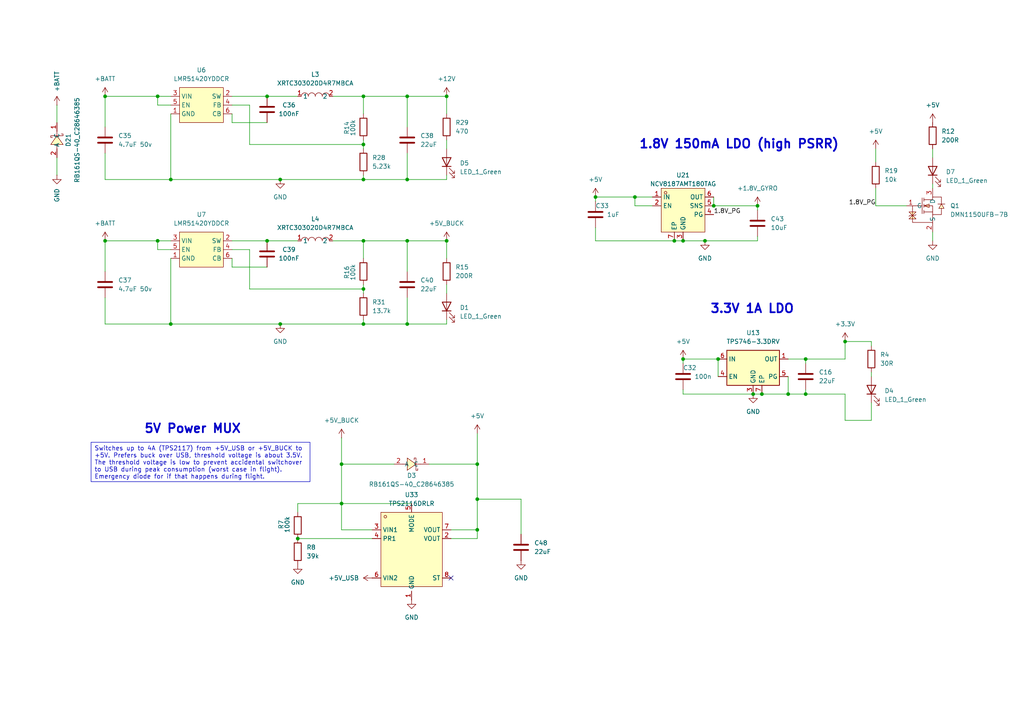
<source format=kicad_sch>
(kicad_sch (version 20250114) (generator "eeschema") (generator_version "9.0")
  (paper "A4")
  (lib_symbols
    (symbol "Device:C" (pin_numbers (hide yes)) (pin_names (offset 0.254))
      (property "Reference" "C" (at 0.635 2.54 0))
      (property "Value" "C" (at 0.635 -2.54 0))
      (symbol "C_0_1"
        (polyline (pts (xy -2.032 0.762) (xy 2.032 0.762)) (stroke (width 0.508)))
        (polyline (pts (xy -2.032 -0.762) (xy 2.032 -0.762)) (stroke (width 0.508)))
      )
      (symbol "C_1_1"
        (pin passive line (at 0 3.81 270) (length 2.794) (name "~") (number "1"))
        (pin passive line (at 0 -3.81 90) (length 2.794) (name "~") (number "2"))
      )
    )
    (symbol "Device:LED" (pin_numbers (hide yes)) (pin_names (offset 1.016) (hide yes))
      (property "Reference" "D" (at 0 2.54 0))
      (property "Value" "LED" (at 0 -2.54 0))
      (symbol "LED_0_1"
        (polyline (pts (xy -3.048 -0.762) (xy -4.572 -2.286) (xy -3.81 -2.286) (xy -4.572 -2.286) (xy -4.572 -1.524)))
        (polyline (pts (xy -1.778 -0.762) (xy -3.302 -2.286) (xy -2.54 -2.286) (xy -3.302 -2.286) (xy -3.302 -1.524)))
        (polyline (pts (xy -1.27 0) (xy 1.27 0)))
        (polyline (pts (xy -1.27 -1.27) (xy -1.27 1.27)) (stroke (width 0.254)))
        (polyline (pts (xy 1.27 -1.27) (xy 1.27 1.27) (xy -1.27 0) (xy 1.27 -1.27)) (stroke (width 0.254)))
      )
      (symbol "LED_1_1"
        (pin passive line (at -3.81 0 0) (length 2.54) (name "K") (number "1"))
        (pin passive line (at 3.81 0 180) (length 2.54) (name "A") (number "2"))
      )
    )
    (symbol "Device:R" (pin_numbers (hide yes)) (pin_names (offset 0))
      (property "Reference" "R" (at 2.032 0 90))
      (property "Value" "R" (at 0 0 90))
      (symbol "R_0_1"
        (rectangle (start -1.016 -2.54) (end 1.016 2.54) (stroke (width 0.254)))
      )
      (symbol "R_1_1"
        (pin passive line (at 0 3.81 270) (length 1.27) (name "~") (number "1"))
        (pin passive line (at 0 -3.81 90) (length 1.27) (name "~") (number "2"))
      )
    )
    (symbol "LP5912-3.3DRV_1"
      (property "Reference" "U7" (at 0 10.16 0))
      (property "Value" "TPS746-3.3DRV" (at 0 7.62 0))
      (symbol "LP5912-3.3DRV_1_0_1"
        (rectangle (start -7.62 -5.08) (end 7.62 5.08) (stroke (width 0.254)) (fill (type background)))
        (pin power_in line (at -10.16 2.54 0) (length 2.54) (name "IN") (number "6"))
        (pin input line (at -10.16 -2.54 0) (length 2.54) (name "EN") (number "4"))
        (pin no_connect line (at 7.62 0 180) (length 2.54) (hide yes) (name "NC") (number "2"))
        (pin power_out line (at 10.16 2.54 180) (length 2.54) (name "OUT") (number "1"))
      )
      (symbol "LP5912-3.3DRV_1_1_1"
        (pin power_in line (at 0 -7.62 90) (length 2.54) (name "GND") (number "3"))
        (pin passive line (at 2.54 -7.62 90) (length 2.54) (name "EP") (number "7"))
        (pin open_collector line (at 10.16 -2.54 180) (length 2.54) (name "PG") (number "5"))
      )
    )
    (symbol "lib:DMN1150UFB-7B"
      (property "Reference" "Q" (at 0 10.16 0))
      (property "Value" "DMN1150UFB-7B" (at 0 -12.7 0))
      (symbol "DMN1150UFB-7B_0_1"
        (polyline (pts (xy -6.86 -3.05) (xy -6.6 -2.79) (xy -5.08 -2.79) (xy -4.83 -2.54)))
        (polyline (pts (xy -5.84 -2.79) (xy -6.86 -3.81) (xy -4.83 -3.81) (xy -5.84 -2.79) (xy -5.84 -2.79)) (fill (type background)))
        (polyline (pts (xy -5.84 -2.79) (xy -4.83 -1.78) (xy -6.86 -1.78) (xy -5.84 -2.79) (xy -5.84 -2.79)) (fill (type background)))
        (polyline (pts (xy -5.08 0) (xy -3.05 0)))
        (polyline (pts (xy -3.05 2.29) (xy -3.05 -2.29)))
        (polyline (pts (xy -2.54 2.29) (xy -2.54 1.27)))
        (polyline (pts (xy -2.54 1.78) (xy 0 1.78) (xy 0 2.54) (xy 2.54 2.54) (xy 2.54 0.51)))
        (polyline (pts (xy -2.54 0) (xy -1.02 -0.51) (xy -1.02 0.51) (xy -2.54 0)) (fill (type background)))
        (polyline (pts (xy -2.54 0) (xy 0 0) (xy 0 -2.54) (xy 2.54 -2.54) (xy 2.54 -0.76)))
        (polyline (pts (xy -2.54 -0.51) (xy -2.54 0.51)))
        (polyline (pts (xy -2.54 -2.29) (xy -2.54 -1.27)))
        (polyline (pts (xy 0 -1.78) (xy -2.54 -1.78)))
        (polyline (pts (xy 0 -2.54) (xy 0 -5.08)))
        (polyline (pts (xy 0 -4.83) (xy -5.84 -4.83) (xy -5.84 0)))
        (polyline (pts (xy 2.54 0.51) (xy 1.78 -0.76) (xy 3.3 -0.76) (xy 2.54 0.51)) (fill (type background)))
        (polyline (pts (xy 3.56 0.51) (xy 3.05 0.51) (xy 2.03 0.51) (xy 1.52 0.51)))
        (pin unspecified line (at -7.62 0 0) (length 2.54) (name "G") (number "1"))
        (pin unspecified line (at 0 5.08 270) (length 2.54) (name "D") (number "3"))
        (pin unspecified line (at 0 -7.62 90) (length 2.54) (name "S") (number "2"))
      )
    )
    (symbol "lib:LMR51420YDDCR"
      (property "Reference" "U" (at 0 7.62 0))
      (property "Value" "LMR51420YDDCR" (at 0 -7.62 0))
      (symbol "LMR51420YDDCR_0_1"
        (rectangle (start -6.35 5.08) (end 6.35 -5.08) (fill (type background)))
        (pin unspecified line (at -8.89 2.54 0) (length 2.54) (name "VIN") (number "3"))
        (pin unspecified line (at -8.89 0 0) (length 2.54) (name "EN") (number "5"))
        (pin unspecified line (at -8.89 -2.54 0) (length 2.54) (name "GND") (number "1"))
        (pin unspecified line (at 8.89 2.54 180) (length 2.54) (name "SW") (number "2"))
        (pin unspecified line (at 8.89 0 180) (length 2.54) (name "FB") (number "4"))
        (pin unspecified line (at 8.89 -2.54 180) (length 2.54) (name "CB") (number "6"))
      )
    )
    (symbol "lib:NCV8187AMT180TAG"
      (property "Reference" "U21" (at 0 10.16 0))
      (property "Value" "NCV8187AMT180TAG" (at 0 7.62 0))
      (symbol "NCV8187AMT180TAG_0_1"
        (rectangle (start -6.35 6.35) (end 6.35 -6.35) (fill (type background)))
        (circle (center -5.08 5.08) (radius 0.38))
        (pin unspecified line (at -8.89 3.81 0) (length 2.54) (name "IN") (number "1"))
        (pin unspecified line (at -8.89 1.27 0) (length 2.54) (name "EN") (number "2"))
        (pin unspecified line (at -2.54 -8.89 90) (length 2.54) (name "EP") (number "7"))
        (pin unspecified line (at 0 -8.89 90) (length 2.54) (name "GND") (number "3"))
        (pin unspecified line (at 8.89 3.81 180) (length 2.54) (name "OUT") (number "6"))
        (pin unspecified line (at 8.89 1.27 180) (length 2.54) (name "SNS") (number "5"))
        (pin unspecified line (at 8.89 -1.27 180) (length 2.54) (name "PG") (number "4"))
      )
    )
    (symbol "lib:RB161QS-40_C28646385"
      (property "Reference" "D" (at 0 5.08 0))
      (property "Value" "RB161QS-40_C28646385" (at 0 -5.08 0))
      (symbol "RB161QS-40_C28646385_0_1"
        (polyline (pts (xy -1.78 1.27) (xy -1.78 1.78) (xy -1.27 1.78) (xy -1.27 -1.78) (xy -0.76 -1.78) (xy -0.76 -1.27)))
        (polyline (pts (xy -1.27 0) (xy -2.54 0)))
        (polyline (pts (xy 1.27 1.78) (xy -1.27 0) (xy 1.27 -1.78) (xy 1.27 1.78)) (fill (type background)))
        (polyline (pts (xy 2.54 0) (xy 1.27 0)))
        (pin unspecified line (at -5.08 0 0) (length 2.54) (name "C") (number "1"))
        (pin unspecified line (at 5.08 0 180) (length 2.54) (name "A") (number "2"))
      )
    )
    (symbol "lib:TPS2116DRLR"
      (property "Reference" "U33" (at 0 11.43 0))
      (property "Value" "TPS2116DRLR" (at 0 8.89 0))
      (symbol "TPS2116DRLR_0_1"
        (rectangle (start -8.89 6.35) (end 8.89 -15.24) (fill (type background)))
        (circle (center -7.62 5.08) (radius 0.38))
        (pin unspecified line (at -11.43 1.27 0) (length 2.54) (name "VIN1") (number "3"))
        (pin unspecified line (at -11.43 -1.27 0) (length 2.54) (name "PR1") (number "4"))
        (pin unspecified line (at -11.43 -12.7 0) (length 2.54) (name "VIN2") (number "6"))
        (pin unspecified line (at 0 8.89 270) (length 2.54) (name "MODE") (number "5"))
        (pin unspecified line (at 0 -19.05 90) (length 2.54) (name "GND") (number "1"))
        (pin unspecified line (at 11.43 1.27 180) (length 2.54) (name "VOUT") (number "7"))
        (pin unspecified line (at 11.43 -1.27 180) (length 2.54) (name "VOUT") (number "2"))
        (pin unspecified line (at 11.43 -12.7 180) (length 2.54) (name "ST") (number "8"))
      )
    )
    (symbol "lib:XRTC303020D4R7MBCA"
      (property "Reference" "L" (at 0 5.08 0))
      (property "Value" "XRTC303020D4R7MBCA" (at 0 -5.08 0))
      (symbol "XRTC303020D4R7MBCA_0_1"
        (arc (start -4.06 -0.01) (mid -2.83 0.99) (end -2.03 0.01))
        (arc (start -2.03 -0.01) (mid -0.8 0.99) (end 0 0.01))
        (arc (start 0 -0.01) (mid 1.23 0.99) (end 2.03 0.01))
        (arc (start 2.03 -0.01) (mid 3.26 0.99) (end 4.06 0.01))
        (pin unspecified line (at -5.08 0 0) (length 1.016) (name "1") (number "1"))
        (pin unspecified line (at 5.08 0 180) (length 1.016) (name "2") (number "2"))
      )
    )
    (symbol "power:+12V" (power) (pin_numbers (hide yes)) (pin_names (offset 0) (hide yes))
      (property "Value" "+12V" (at 0 3.556 0))
      (symbol "+12V_0_1"
        (polyline (pts (xy -0.762 1.27) (xy 0 2.54)))
        (polyline (pts (xy 0 2.54) (xy 0.762 1.27)))
        (polyline (pts (xy 0 0) (xy 0 2.54)))
      )
      (symbol "+12V_1_1"
        (pin power_in line (at 0 0 90) (length 0) (name "~") (number "1"))
      )
    )
    (symbol "power:+3.3V" (power) (pin_numbers (hide yes)) (pin_names (offset 0) (hide yes))
      (property "Value" "+3.3V" (at 0 3.556 0))
      (symbol "+3.3V_0_1"
        (polyline (pts (xy -0.762 1.27) (xy 0 2.54)))
        (polyline (pts (xy 0 2.54) (xy 0.762 1.27)))
        (polyline (pts (xy 0 0) (xy 0 2.54)))
      )
      (symbol "+3.3V_1_1"
        (pin power_in line (at 0 0 90) (length 0) (name "~") (number "1"))
      )
    )
    (symbol "power:+5V" (power) (pin_numbers (hide yes)) (pin_names (offset 0) (hide yes))
      (property "Value" "+5V" (at 0 3.556 0))
      (symbol "+5V_0_1"
        (polyline (pts (xy -0.762 1.27) (xy 0 2.54)))
        (polyline (pts (xy 0 2.54) (xy 0.762 1.27)))
        (polyline (pts (xy 0 0) (xy 0 2.54)))
      )
      (symbol "+5V_1_1"
        (pin power_in line (at 0 0 90) (length 0) (name "~") (number "1"))
      )
    )
    (symbol "power:+BATT" (power) (pin_numbers (hide yes)) (pin_names (offset 0) (hide yes))
      (property "Value" "+BATT" (at 0 3.556 0))
      (symbol "+BATT_0_1"
        (polyline (pts (xy -0.762 1.27) (xy 0 2.54)))
        (polyline (pts (xy 0 2.54) (xy 0.762 1.27)))
        (polyline (pts (xy 0 0) (xy 0 2.54)))
      )
      (symbol "+BATT_1_1"
        (pin power_in line (at 0 0 90) (length 0) (name "~") (number "1"))
      )
    )
    (symbol "power:GND" (power) (pin_numbers (hide yes)) (pin_names (offset 0) (hide yes))
      (property "Value" "GND" (at 0 -3.81 0))
      (symbol "GND_0_1"
        (polyline (pts (xy 0 0) (xy 0 -1.27) (xy 1.27 -1.27) (xy 0 -2.54) (xy -1.27 -1.27) (xy 0 -1.27)))
      )
      (symbol "GND_1_1"
        (pin power_in line (at 0 0 270) (length 0) (name "~") (number "1"))
      )
    )
  )
  (text "3.3V 1A LDO" (at 218.186 89.662 0) (effects (font (size 2.54 2.54) (thickness 0.508) (bold yes))))
  (text "1.8V 150mA LDO (high PSRR)\n" (at 214.376 41.91 0) (effects (font (size 2.54 2.54) (thickness 0.508) (bold yes))))
  (text "5V Power MUX" (at 55.88 124.46 0) (effects (font (size 2.54 2.54) (thickness 0.508) (bold yes))))
  (text_box "Switches up to 4A (TPS2117) from +5V_USB or +5V_BUCK to +5V. Prefers buck over USB, threshold voltage is about 3.5V. The threshold voltage is low to prevent accidental switchover to USB during peak consumption (worst case in flight). Emergency diode for if that happens during flight." (at 26.416 128.27 0) (size 63.5 11.43) (margins 0.9525 0.9525 0.9525 0.9525) (effects (font (size 1.27 1.27)) (justify left top)))
  (junction (at 138.43 153.67))
  (junction (at 105.41 27.94))
  (junction (at 198.12 104.14))
  (junction (at 45.72 27.94))
  (junction (at 118.11 27.94))
  (junction (at 49.53 52.07))
  (junction (at 99.06 134.62))
  (junction (at 207.01 59.69))
  (junction (at 99.06 146.05))
  (junction (at 49.53 93.98))
  (junction (at 228.6 114.3))
  (junction (at 138.43 144.78))
  (junction (at 105.41 93.98))
  (junction (at 81.28 93.98))
  (junction (at 198.12 69.85))
  (junction (at 105.41 83.82))
  (junction (at 30.48 27.94))
  (junction (at 86.36 156.21))
  (junction (at 105.41 41.91))
  (junction (at 245.11 99.06))
  (junction (at 118.11 69.85))
  (junction (at 204.47 69.85))
  (junction (at 208.28 104.14))
  (junction (at 118.11 52.07))
  (junction (at 77.47 27.94))
  (junction (at 77.47 69.85))
  (junction (at 219.71 59.69))
  (junction (at 118.11 93.98))
  (junction (at 45.72 69.85))
  (junction (at 233.68 104.14))
  (junction (at 105.41 69.85))
  (junction (at 138.43 134.62))
  (junction (at 129.54 27.94))
  (junction (at 81.28 52.07))
  (junction (at 233.68 114.3))
  (junction (at 30.48 69.85))
  (junction (at 129.54 69.85))
  (junction (at 220.98 114.3))
  (junction (at 218.44 114.3))
  (junction (at 172.72 57.15))
  (junction (at 184.15 57.15))
  (junction (at 195.58 69.85))
  (junction (at 105.41 52.07))
  (no_connect (at 130.81 167.64))
  (wire (pts (xy 208.28 104.14) (xy 208.28 109.22)))
  (wire (pts (xy 118.11 93.98) (xy 129.54 93.98)))
  (wire (pts (xy 105.41 92.71) (xy 105.41 93.98)))
  (wire (pts (xy 72.39 30.48) (xy 72.39 41.91)))
  (wire (pts (xy 86.36 146.05) (xy 86.36 148.59)))
  (wire (pts (xy 233.68 113.03) (xy 233.68 114.3)))
  (wire (pts (xy 105.41 82.55) (xy 105.41 83.82)))
  (wire (pts (xy 219.71 60.96) (xy 219.71 59.69)))
  (wire (pts (xy 252.73 121.92) (xy 252.73 116.84)))
  (wire (pts (xy 254 59.69) (xy 262.89 59.69)))
  (wire (pts (xy 30.48 93.98) (xy 30.48 86.36)))
  (wire (pts (xy 233.68 104.14) (xy 245.11 104.14)))
  (wire (pts (xy 254 43.18) (xy 254 46.99)))
  (wire (pts (xy 204.47 69.85) (xy 219.71 69.85)))
  (wire (pts (xy 105.41 69.85) (xy 105.41 74.93)))
  (wire (pts (xy 129.54 50.8) (xy 129.54 52.07)))
  (wire (pts (xy 218.44 114.3) (xy 220.98 114.3)))
  (wire (pts (xy 172.72 57.15) (xy 184.15 57.15)))
  (wire (pts (xy 184.15 57.15) (xy 189.23 57.15)))
  (wire (pts (xy 130.81 156.21) (xy 138.43 156.21)))
  (wire (pts (xy 198.12 69.85) (xy 204.47 69.85)))
  (wire (pts (xy 105.41 52.07) (xy 81.28 52.07)))
  (wire (pts (xy 105.41 41.91) (xy 105.41 43.18)))
  (wire (pts (xy 99.06 134.62) (xy 99.06 146.05)))
  (wire (pts (xy 270.51 69.85) (xy 270.51 67.31)))
  (wire (pts (xy 105.41 83.82) (xy 105.41 85.09)))
  (wire (pts (xy 198.12 114.3) (xy 218.44 114.3)))
  (wire (pts (xy 45.72 69.85) (xy 49.53 69.85)))
  (wire (pts (xy 184.15 59.69) (xy 189.23 59.69)))
  (wire (pts (xy 118.11 44.45) (xy 118.11 52.07)))
  (wire (pts (xy 228.6 104.14) (xy 233.68 104.14)))
  (wire (pts (xy 129.54 82.55) (xy 129.54 85.09)))
  (wire (pts (xy 118.11 27.94) (xy 118.11 36.83)))
  (wire (pts (xy 49.53 52.07) (xy 30.48 52.07)))
  (wire (pts (xy 118.11 69.85) (xy 129.54 69.85)))
  (wire (pts (xy 105.41 27.94) (xy 118.11 27.94)))
  (wire (pts (xy 49.53 30.48) (xy 45.72 30.48)))
  (wire (pts (xy 252.73 109.22) (xy 252.73 107.95)))
  (wire (pts (xy 105.41 27.94) (xy 105.41 33.02)))
  (wire (pts (xy 99.06 146.05) (xy 99.06 153.67)))
  (wire (pts (xy 67.31 30.48) (xy 72.39 30.48)))
  (wire (pts (xy 30.48 69.85) (xy 30.48 78.74)))
  (wire (pts (xy 81.28 93.98) (xy 49.53 93.98)))
  (wire (pts (xy 233.68 114.3) (xy 228.6 114.3)))
  (wire (pts (xy 81.28 52.07) (xy 49.53 52.07)))
  (wire (pts (xy 198.12 104.14) (xy 208.28 104.14)))
  (wire (pts (xy 67.31 27.94) (xy 77.47 27.94)))
  (wire (pts (xy 105.41 69.85) (xy 118.11 69.85)))
  (wire (pts (xy 72.39 72.39) (xy 72.39 83.82)))
  (wire (pts (xy 184.15 57.15) (xy 184.15 59.69)))
  (wire (pts (xy 99.06 127) (xy 99.06 134.62)))
  (wire (pts (xy 228.6 109.22) (xy 228.6 114.3)))
  (wire (pts (xy 252.73 100.33) (xy 252.73 99.06)))
  (wire (pts (xy 245.11 104.14) (xy 245.11 99.06)))
  (wire (pts (xy 233.68 105.41) (xy 233.68 104.14)))
  (wire (pts (xy 96.52 69.85) (xy 105.41 69.85)))
  (wire (pts (xy 30.48 52.07) (xy 30.48 44.45)))
  (wire (pts (xy 172.72 69.85) (xy 195.58 69.85)))
  (wire (pts (xy 172.72 66.04) (xy 172.72 69.85)))
  (wire (pts (xy 118.11 86.36) (xy 118.11 93.98)))
  (wire (pts (xy 96.52 27.94) (xy 105.41 27.94)))
  (wire (pts (xy 118.11 27.94) (xy 129.54 27.94)))
  (wire (pts (xy 129.54 27.94) (xy 129.54 33.02)))
  (wire (pts (xy 99.06 134.62) (xy 114.3 134.62)))
  (wire (pts (xy 105.41 52.07) (xy 118.11 52.07)))
  (wire (pts (xy 107.95 153.67) (xy 99.06 153.67)))
  (wire (pts (xy 67.31 74.93) (xy 67.31 77.47)))
  (wire (pts (xy 270.51 53.34) (xy 270.51 54.61)))
  (wire (pts (xy 45.72 27.94) (xy 45.72 30.48)))
  (wire (pts (xy 130.81 153.67) (xy 138.43 153.67)))
  (wire (pts (xy 228.6 114.3) (xy 220.98 114.3)))
  (wire (pts (xy 30.48 27.94) (xy 30.48 36.83)))
  (wire (pts (xy 195.58 69.85) (xy 198.12 69.85)))
  (wire (pts (xy 198.12 105.41) (xy 198.12 104.14)))
  (wire (pts (xy 77.47 77.47) (xy 67.31 77.47)))
  (wire (pts (xy 207.01 59.69) (xy 219.71 59.69)))
  (wire (pts (xy 219.71 68.58) (xy 219.71 69.85)))
  (wire (pts (xy 72.39 83.82) (xy 105.41 83.82)))
  (wire (pts (xy 86.36 156.21) (xy 107.95 156.21)))
  (wire (pts (xy 129.54 69.85) (xy 129.54 74.93)))
  (wire (pts (xy 198.12 113.03) (xy 198.12 114.3)))
  (wire (pts (xy 124.46 134.62) (xy 138.43 134.62)))
  (wire (pts (xy 129.54 92.71) (xy 129.54 93.98)))
  (wire (pts (xy 105.41 40.64) (xy 105.41 41.91)))
  (wire (pts (xy 49.53 74.93) (xy 49.53 93.98)))
  (wire (pts (xy 252.73 121.92) (xy 245.11 121.92)))
  (wire (pts (xy 270.51 43.18) (xy 270.51 45.72)))
  (wire (pts (xy 207.01 57.15) (xy 207.01 59.69)))
  (wire (pts (xy 77.47 27.94) (xy 86.36 27.94)))
  (wire (pts (xy 86.36 146.05) (xy 99.06 146.05)))
  (wire (pts (xy 30.48 27.94) (xy 45.72 27.94)))
  (wire (pts (xy 105.41 50.8) (xy 105.41 52.07)))
  (wire (pts (xy 138.43 144.78) (xy 138.43 153.67)))
  (wire (pts (xy 129.54 40.64) (xy 129.54 43.18)))
  (wire (pts (xy 138.43 144.78) (xy 151.13 144.78)))
  (wire (pts (xy 49.53 93.98) (xy 30.48 93.98)))
  (wire (pts (xy 81.28 93.98) (xy 105.41 93.98)))
  (wire (pts (xy 72.39 41.91) (xy 105.41 41.91)))
  (wire (pts (xy 245.11 121.92) (xy 245.11 114.3)))
  (wire (pts (xy 67.31 72.39) (xy 72.39 72.39)))
  (wire (pts (xy 138.43 134.62) (xy 138.43 125.73)))
  (wire (pts (xy 49.53 72.39) (xy 45.72 72.39)))
  (wire (pts (xy 49.53 33.02) (xy 49.53 52.07)))
  (wire (pts (xy 119.38 146.05) (xy 99.06 146.05)))
  (wire (pts (xy 118.11 52.07) (xy 129.54 52.07)))
  (wire (pts (xy 254 54.61) (xy 254 59.69)))
  (wire (pts (xy 77.47 69.85) (xy 86.36 69.85)))
  (wire (pts (xy 233.68 114.3) (xy 245.11 114.3)))
  (wire (pts (xy 118.11 69.85) (xy 118.11 78.74)))
  (wire (pts (xy 16.51 30.48) (xy 16.51 35.56)))
  (wire (pts (xy 77.47 35.56) (xy 67.31 35.56)))
  (wire (pts (xy 172.72 58.42) (xy 172.72 57.15)))
  (wire (pts (xy 245.11 99.06) (xy 252.73 99.06)))
  (wire (pts (xy 138.43 153.67) (xy 138.43 156.21)))
  (wire (pts (xy 30.48 69.85) (xy 45.72 69.85)))
  (wire (pts (xy 138.43 134.62) (xy 138.43 144.78)))
  (wire (pts (xy 45.72 69.85) (xy 45.72 72.39)))
  (wire (pts (xy 45.72 27.94) (xy 49.53 27.94)))
  (wire (pts (xy 67.31 69.85) (xy 77.47 69.85)))
  (wire (pts (xy 151.13 154.94) (xy 151.13 144.78)))
  (wire (pts (xy 16.51 45.72) (xy 16.51 50.8)))
  (wire (pts (xy 105.41 93.98) (xy 118.11 93.98)))
  (wire (pts (xy 67.31 33.02) (xy 67.31 35.56)))
  (label "1.8V_PG" (at 254 59.69 180) (effects (font (thickness 0.1588))))
  (label "1.8V_PG" (at 207.01 62.23 0) (effects (font (thickness 0.1588))))
  (symbol (lib_id "Device:C") (at 77.47 31.75 0) (unit 1)
    (property "Reference" "C36" (at 83.82 30.48 0))
    (property "Value" "100nF" (at 83.82 33.02 0))
    (property "Footprint" "Capacitor_SMD:C_0402_1005Metric" (effects (hide yes)))
  )
  (symbol (lib_id "power:+5V") (at 172.72 57.15 0) (unit 1)
    (property "Reference" "#PWR043" (effects (hide yes)))
    (property "Value" "+5V" (at 172.72 52.07 0))
    (property "Description" "Power symbol creates a global label with name \"+5V\"" (effects (hide yes)))
  )
  (symbol (lib_id "power:+5V") (at 254 43.18 0) (unit 1)
    (property "Reference" "#PWR079" (effects (hide yes)))
    (property "Value" "+5V" (at 254 38.1 0))
    (property "Description" "Power symbol creates a global label with name \"+5V\"" (effects (hide yes)))
  )
  (symbol (lib_id "power:+5V") (at 99.06 127 0) (unit 1)
    (property "Reference" "#PWR0152" (effects (hide yes)))
    (property "Value" "+5V_BUCK" (at 99.06 121.92 0))
    (property "Description" "Power symbol creates a global label with name \"+5V\"" (effects (hide yes)))
  )
  (symbol (lib_id "Device:C") (at 198.12 109.22 0) (unit 1)
    (property "Reference" "C32" (at 198.12 106.68 0) (effects (justify left)))
    (property "Value" "100n" (at 201.422 109.22 0) (effects (justify left)))
    (property "Footprint" "Capacitor_SMD:C_0402_1005Metric" (effects (hide yes)))
    (property "LCSC" "C1525" (effects (hide yes)))
  )
  (symbol (lib_id "Device:C") (at 118.11 40.64 0) (unit 1)
    (property "Reference" "C38" (at 121.92 39.3699 0) (effects (justify left)))
    (property "Value" "22uF" (at 121.92 41.9099 0) (effects (justify left)))
    (property "Footprint" "Capacitor_SMD:C_0603_1608Metric" (effects (hide yes)))
    (property "Description" "Unpolarized capacitor" (effects (hide yes)))
    (property "LCSC" "C2762594" (effects (hide yes)))
  )
  (symbol (lib_name "LP5912-3.3DRV_1") (lib_id "Regulator_Linear:LP5912-3.3DRV") (at 218.44 106.68 0) (unit 1)
    (property "Reference" "U13" (at 218.44 96.52 0))
    (property "Value" "TPS746-3.3DRV" (at 218.44 99.06 0))
    (property "Footprint" "Package_SON:WSON-6-1EP_2x2mm_P0.65mm_EP1x1.6mm" (effects (hide yes)))
    (property "Datasheet" "http://www.ti.com/lit/ds/symlink/lp5912.pdf" (effects (hide yes)))
    (property "Description" "500-mA Ultra-Low-Noise Low-IQ LDO, 3.3V, WSON-6" (effects (hide yes)))
    (property "LCSC" "C2868202" (effects (hide yes)))
  )
  (symbol (lib_id "power:GND") (at 81.28 52.07 0) (unit 1)
    (property "Reference" "#PWR0175" (effects (hide yes)))
    (property "Value" "GND" (at 81.28 57.15 0))
    (property "Description" "Power symbol creates a global label with name \"GND\" , ground" (effects (hide yes)))
  )
  (symbol (lib_id "power:GND") (at 119.38 173.99 0) (unit 1)
    (property "Reference" "#PWR0157" (effects (hide yes)))
    (property "Value" "GND" (at 119.38 179.07 0))
    (property "Description" "Power symbol creates a global label with name \"GND\" , ground" (effects (hide yes)))
  )
  (symbol (lib_id "Device:R") (at 86.36 152.4 0) (mirror y) (unit 1)
    (property "Reference" "R7" (at 81.534 152.146 90))
    (property "Value" "100k" (at 83.312 152.146 90))
    (property "Footprint" "Resistor_SMD:R_0402_1005Metric" (effects (hide yes)))
    (property "LCSC" "C60491" (effects (hide yes)))
  )
  (symbol (lib_id "Device:C") (at 30.48 40.64 0) (unit 1)
    (property "Reference" "C35" (at 34.29 39.3699 0) (effects (justify left)))
    (property "Value" "4.7uF 50v" (at 34.29 41.9099 0) (effects (justify left)))
    (property "Footprint" "Capacitor_SMD:C_0805_2012Metric" (effects (hide yes)))
    (property "Description" "Unpolarized capacitor" (effects (hide yes)))
    (property "LCSC" "C98192" (effects (hide yes)))
  )
  (symbol (lib_id "power:GND") (at 204.47 69.85 0) (unit 1)
    (property "Reference" "#PWR0119" (effects (hide yes)))
    (property "Value" "GND" (at 204.47 74.93 0))
    (property "Description" "Power symbol creates a global label with name \"GND\" , ground" (effects (hide yes)))
  )
  (symbol (lib_id "power:GND") (at 151.13 162.56 0) (unit 1)
    (property "Reference" "#PWR0158" (effects (hide yes)))
    (property "Value" "GND" (at 151.13 167.64 0))
    (property "Description" "Power symbol creates a global label with name \"GND\" , ground" (effects (hide yes)))
  )
  (symbol (lib_id "Device:C") (at 172.72 62.23 0) (unit 1)
    (property "Reference" "C33" (at 172.72 59.69 0) (effects (justify left)))
    (property "Value" "1uF" (at 176.022 62.23 0) (effects (justify left)))
    (property "Footprint" "Capacitor_SMD:C_0402_1005Metric" (effects (hide yes)))
    (property "LCSC" "C1525" (effects (hide yes)))
  )
  (symbol (lib_id "Device:C") (at 219.71 64.77 0) (unit 1)
    (property "Reference" "C43" (at 223.52 63.4999 0) (effects (justify left)))
    (property "Value" "10uF" (at 223.52 66.0399 0) (effects (justify left)))
    (property "Footprint" "Capacitor_SMD:C_0402_1005Metric" (effects (hide yes)))
    (property "Description" "Unpolarized capacitor" (effects (hide yes)))
    (property "LCSC" "C105226" (effects (hide yes)))
  )
  (symbol (lib_id "power:+BATT") (at 16.51 30.48 0) (unit 1)
    (property "Reference" "#PWR0166" (effects (hide yes)))
    (property "Value" "+BATT" (at 16.5101 26.67 90) (effects (justify left)))
  )
  (symbol (lib_id "Device:C") (at 151.13 158.75 0) (unit 1)
    (property "Reference" "C48" (at 154.94 157.4799 0) (effects (justify left)))
    (property "Value" "22uF" (at 154.94 160.0199 0) (effects (justify left)))
    (property "Footprint" "Capacitor_SMD:C_0603_1608Metric" (effects (hide yes)))
    (property "Description" "Unpolarized capacitor" (effects (hide yes)))
    (property "LCSC" "C2762594" (effects (hide yes)))
  )
  (symbol (lib_id "lib:DMN1150UFB-7B") (at 270.51 59.69 0) (unit 1)
    (property "Reference" "Q1" (at 275.59 59.6899 0) (effects (justify left)))
    (property "Value" "DMN1150UFB-7B" (at 275.59 62.2299 0) (effects (justify left)))
    (property "Footprint" "lib:DFN-3L_L1.0-W0.6-P0.65-BR" (effects (hide yes)))
    (property "LCSC Part" "C459538" (effects (hide yes)))
  )
  (symbol (lib_id "power:+5V") (at 198.12 104.14 0) (unit 1)
    (property "Reference" "#PWR145" (effects (hide yes)))
    (property "Value" "+5V" (at 198.12 99.06 0))
    (property "Description" "Power symbol creates a global label with name \"+5V\"" (effects (hide yes)))
  )
  (symbol (lib_id "power:GND") (at 86.36 163.83 0) (unit 1)
    (property "Reference" "#PWR0151" (effects (hide yes)))
    (property "Value" "GND" (at 86.36 168.91 0))
    (property "Description" "Power symbol creates a global label with name \"GND\" , ground" (effects (hide yes)))
  )
  (symbol (lib_id "Device:R") (at 105.41 36.83 180) (unit 1)
    (property "Reference" "R14" (at 100.584 37.084 90))
    (property "Value" "100k" (at 102.362 37.084 90))
    (property "Footprint" "Resistor_SMD:R_0402_1005Metric" (effects (hide yes)))
    (property "LCSC" "C60491" (effects (hide yes)))
  )
  (symbol (lib_id "lib:XRTC303020D4R7MBCA") (at 91.44 27.94 0) (unit 1)
    (property "Reference" "L3" (at 91.44 21.59 0))
    (property "Value" "XRTC303020D4R7MBCA" (at 91.44 24.13 0))
    (property "Footprint" "lib:IND-SMD_L3.0-W3.0_AFE303020S" (effects (hide yes)))
    (property "LCSC Part" "C39846837" (effects (hide yes)))
  )
  (symbol (lib_id "Device:C") (at 77.47 73.66 0) (unit 1)
    (property "Reference" "C39" (at 83.82 72.39 0))
    (property "Value" "100nF" (at 83.82 74.93 0))
    (property "Footprint" "Capacitor_SMD:C_0402_1005Metric" (effects (hide yes)))
  )
  (symbol (lib_id "power:GND") (at 218.44 114.3 0) (unit 1)
    (property "Reference" "#PWR146" (effects (hide yes)))
    (property "Value" "GND" (at 218.44 119.38 0))
    (property "Description" "Power symbol creates a global label with name \"GND\" , ground" (effects (hide yes)))
  )
  (symbol (lib_id "power:+3.3V") (at 245.11 99.06 0) (unit 1)
    (property "Reference" "#PWR0101" (effects (hide yes)))
    (property "Value" "+3.3V" (at 245.11 93.98 0))
    (property "Description" "Power symbol creates a global label with name \"+3.3V\"" (effects (hide yes)))
  )
  (symbol (lib_id "Device:LED") (at 129.54 46.99 90) (unit 1)
    (property "Reference" "D5" (at 133.35 47.3074 90) (effects (justify right)))
    (property "Value" "LED_1_Green" (at 133.35 49.8474 90) (effects (justify right)))
    (property "Footprint" "LED_SMD:LED_0603_1608Metric" (effects (hide yes)))
    (property "LCSC" "C2994781" (effects (hide yes)))
  )
  (symbol (lib_id "power:+3.3V") (at 219.71 59.69 0) (unit 1)
    (property "Reference" "#PWR0121" (effects (hide yes)))
    (property "Value" "+1.8V_GYRO" (at 219.71 54.61 0))
    (property "Description" "Power symbol creates a global label with name \"+3.3V\"" (effects (hide yes)))
  )
  (symbol (lib_id "power:+12V") (at 129.54 27.94 0) (unit 1)
    (property "Reference" "#PWR0137" (effects (hide yes)))
    (property "Value" "+12V" (at 129.54 22.86 0))
    (property "Description" "Power symbol creates a global label with name \"+12V\"" (effects (hide yes)))
  )
  (symbol (lib_id "Device:R") (at 105.41 88.9 0) (unit 1)
    (property "Reference" "R31" (at 107.95 87.6299 0) (effects (justify left)))
    (property "Value" "13.7k" (at 107.95 90.1699 0) (effects (justify left)))
    (property "Footprint" "Resistor_SMD:R_0402_1005Metric" (effects (hide yes)))
    (property "LCSC" "C2933072" (effects (hide yes)))
  )
  (symbol (lib_id "Device:R") (at 270.51 39.37 0) (unit 1)
    (property "Reference" "R12" (at 273.05 38.0999 0) (effects (justify left)))
    (property "Value" "200R" (at 273.05 40.6399 0) (effects (justify left)))
    (property "Footprint" "Resistor_SMD:R_0402_1005Metric" (effects (hide yes)))
    (property "Description" "Resistor" (effects (hide yes)))
    (property "LCSC" "C25087" (effects (hide yes)))
  )
  (symbol (lib_id "lib:LMR51420YDDCR") (at 58.42 72.39 0) (unit 1)
    (property "Reference" "U7" (at 58.42 62.23 0))
    (property "Value" "LMR51420YDDCR" (at 58.42 64.77 0))
    (property "Footprint" "lib:SOT-23-6_L2.9-W1.6-P0.95-LS2.9-BL" (effects (hide yes)))
    (property "LCSC Part" "C5383002" (effects (hide yes)))
  )
  (symbol (lib_id "power:+5V") (at 270.51 35.56 0) (unit 1)
    (property "Reference" "#PWR0167" (effects (hide yes)))
    (property "Value" "+5V" (at 270.51 30.48 0))
    (property "Description" "Power symbol creates a global label with name \"+5V\"" (effects (hide yes)))
  )
  (symbol (lib_id "Device:LED") (at 129.54 88.9 90) (unit 1)
    (property "Reference" "D1" (at 133.35 89.2174 90) (effects (justify right)))
    (property "Value" "LED_1_Green" (at 133.35 91.7574 90) (effects (justify right)))
    (property "Footprint" "LED_SMD:LED_0603_1608Metric" (effects (hide yes)))
    (property "LCSC" "C2994781" (effects (hide yes)))
  )
  (symbol (lib_id "Device:R") (at 254 50.8 0) (unit 1)
    (property "Reference" "R19" (at 256.54 49.5299 0) (effects (justify left)))
    (property "Value" "10k" (at 256.54 52.0699 0) (effects (justify left)))
    (property "Footprint" "Resistor_SMD:R_0402_1005Metric" (effects (hide yes)))
    (property "Description" "Resistor" (effects (hide yes)))
    (property "LCSC" "C25087" (effects (hide yes)))
  )
  (symbol (lib_id "Device:R") (at 129.54 78.74 0) (unit 1)
    (property "Reference" "R15" (at 132.08 77.4699 0) (effects (justify left)))
    (property "Value" "200R" (at 132.08 80.0099 0) (effects (justify left)))
    (property "Footprint" "Resistor_SMD:R_0402_1005Metric" (effects (hide yes)))
    (property "Description" "Resistor" (effects (hide yes)))
    (property "LCSC" "C25087" (effects (hide yes)))
  )
  (symbol (lib_id "power:GND") (at 270.51 69.85 0) (unit 1)
    (property "Reference" "#PWR057" (effects (hide yes)))
    (property "Value" "GND" (at 270.51 74.93 0))
    (property "Description" "Power symbol creates a global label with name \"GND\" , ground" (effects (hide yes)))
  )
  (symbol (lib_id "lib:RB161QS-40_C28646385") (at 16.51 40.64 270) (unit 1)
    (property "Reference" "D21" (at 19.812 40.64 0))
    (property "Value" "RB161QS-40_C28646385" (at 22.352 40.64 0))
    (property "Footprint" "lib:SOD-882_L1.0-W0.6-RD" (effects (hide yes)))
    (property "LCSC Part" "C28646385" (effects (hide yes)))
  )
  (symbol (lib_id "Device:R") (at 86.36 160.02 0) (unit 1)
    (property "Reference" "R8" (at 88.9 158.7499 0) (effects (justify left)))
    (property "Value" "39k" (at 88.9 161.2899 0) (effects (justify left)))
    (property "Footprint" "Resistor_SMD:R_0402_1005Metric" (effects (hide yes)))
    (property "Description" "Resistor" (effects (hide yes)))
    (property "LCSC" "C137995" (effects (hide yes)))
  )
  (symbol (lib_id "lib:NCV8187AMT180TAG") (at 198.12 60.96 0) (unit 1)
    (property "Reference" "U21" (at 198.12 50.8 0))
    (property "Value" "NCV8187AMT180TAG" (at 198.12 53.34 0))
    (property "Footprint" "lib:WDFN-6_L2.0-W2.0-P0.65-BL-EP" (effects (hide yes)))
    (property "LCSC Part" "C893189" (effects (hide yes)))
  )
  (symbol (lib_id "lib:TPS2116DRLR") (at 119.38 154.94 0) (unit 1)
    (property "Reference" "U33" (at 119.38 143.51 0))
    (property "Value" "TPS2116DRLR" (at 119.38 146.05 0))
    (property "Footprint" "lib:SOT-583-8_L2.1-W1.6-P0.50-LS1.6-BL" (effects (hide yes)))
    (property "LCSC Part" "C3235557" (effects (hide yes)))
  )
  (symbol (lib_id "power:+BATT") (at 30.48 69.85 0) (unit 1)
    (property "Reference" "#PWR0138" (effects (hide yes)))
    (property "Value" "+BATT" (at 30.48 64.77 0))
    (property "Description" "Power symbol creates a global label with name \"+BATT\"" (effects (hide yes)))
  )
  (symbol (lib_id "Device:R") (at 105.41 78.74 180) (unit 1)
    (property "Reference" "R16" (at 100.584 78.994 90))
    (property "Value" "100k" (at 102.362 78.994 90))
    (property "Footprint" "Resistor_SMD:R_0402_1005Metric" (effects (hide yes)))
    (property "LCSC" "C60491" (effects (hide yes)))
  )
  (symbol (lib_id "lib:XRTC303020D4R7MBCA") (at 91.44 69.85 0) (unit 1)
    (property "Reference" "L4" (at 91.44 63.5 0))
    (property "Value" "XRTC303020D4R7MBCA" (at 91.44 66.04 0))
    (property "Footprint" "lib:IND-SMD_L3.0-W3.0_AFE303020S" (effects (hide yes)))
    (property "LCSC Part" "C39846837" (effects (hide yes)))
  )
  (symbol (lib_id "power:GND") (at 16.51 50.8 0) (unit 1)
    (property "Reference" "#PWR0162" (effects (hide yes)))
    (property "Value" "GND" (at 16.5101 54.61 90) (effects (justify right)))
  )
  (symbol (lib_id "power:GND") (at 81.28 93.98 0) (unit 1)
    (property "Reference" "#PWR0176" (effects (hide yes)))
    (property "Value" "GND" (at 81.28 99.06 0))
    (property "Description" "Power symbol creates a global label with name \"GND\" , ground" (effects (hide yes)))
  )
  (symbol (lib_id "Device:C") (at 233.68 109.22 0) (unit 1)
    (property "Reference" "C16" (at 237.49 107.9499 0) (effects (justify left)))
    (property "Value" "22uF" (at 237.49 110.4899 0) (effects (justify left)))
    (property "Footprint" "Capacitor_SMD:C_0402_1005Metric" (effects (hide yes)))
    (property "Description" "Unpolarized capacitor" (effects (hide yes)))
    (property "LCSC" "C105226" (effects (hide yes)))
  )
  (symbol (lib_id "Device:R") (at 105.41 46.99 0) (unit 1)
    (property "Reference" "R28" (at 107.95 45.7199 0) (effects (justify left)))
    (property "Value" "5.23k" (at 107.95 48.2599 0) (effects (justify left)))
    (property "Footprint" "Resistor_SMD:R_0402_1005Metric" (effects (hide yes)))
    (property "LCSC" "C2684530" (effects (hide yes)))
  )
  (symbol (lib_id "Device:R") (at 129.54 36.83 0) (unit 1)
    (property "Reference" "R29" (at 132.08 35.5599 0) (effects (justify left)))
    (property "Value" "470" (at 132.08 38.0999 0) (effects (justify left)))
    (property "Footprint" "Resistor_SMD:R_0402_1005Metric" (effects (hide yes)))
    (property "LCSC" "C114877" (effects (hide yes)))
  )
  (symbol (lib_id "power:+5V") (at 129.54 69.85 0) (unit 1)
    (property "Reference" "#PWR0118" (effects (hide yes)))
    (property "Value" "+5V_BUCK" (at 129.54 64.77 0))
    (property "Description" "Power symbol creates a global label with name \"+5V\"" (effects (hide yes)))
  )
  (symbol (lib_id "Device:LED") (at 252.73 113.03 90) (unit 1)
    (property "Reference" "D4" (at 256.54 113.3474 90) (effects (justify right)))
    (property "Value" "LED_1_Green" (at 256.54 115.8874 90) (effects (justify right)))
    (property "Footprint" "LED_SMD:LED_0603_1608Metric" (effects (hide yes)))
    (property "LCSC" "C2994781" (effects (hide yes)))
  )
  (symbol (lib_id "lib:RB161QS-40_C28646385") (at 119.38 134.62 180) (unit 1)
    (property "Reference" "D3" (at 119.38 137.922 0))
    (property "Value" "RB161QS-40_C28646385" (at 119.38 140.462 0))
    (property "Footprint" "lib:SOD-882_L1.0-W0.6-RD" (effects (hide yes)))
    (property "LCSC Part" "C28646385" (effects (hide yes)))
  )
  (symbol (lib_id "Device:C") (at 118.11 82.55 0) (unit 1)
    (property "Reference" "C40" (at 121.92 81.2799 0) (effects (justify left)))
    (property "Value" "22uF" (at 121.92 83.8199 0) (effects (justify left)))
    (property "Footprint" "Capacitor_SMD:C_0603_1608Metric" (effects (hide yes)))
    (property "Description" "Unpolarized capacitor" (effects (hide yes)))
    (property "LCSC" "C2762594" (effects (hide yes)))
  )
  (symbol (lib_id "Device:C") (at 30.48 82.55 0) (unit 1)
    (property "Reference" "C37" (at 34.29 81.2799 0) (effects (justify left)))
    (property "Value" "4.7uF 50v" (at 34.29 83.8199 0) (effects (justify left)))
    (property "Footprint" "Capacitor_SMD:C_0805_2012Metric" (effects (hide yes)))
    (property "Description" "Unpolarized capacitor" (effects (hide yes)))
    (property "LCSC" "C98192" (effects (hide yes)))
  )
  (symbol (lib_id "power:+BATT") (at 30.48 27.94 0) (unit 1)
    (property "Reference" "#PWR0136" (effects (hide yes)))
    (property "Value" "+BATT" (at 30.48 22.86 0))
    (property "Description" "Power symbol creates a global label with name \"+BATT\"" (effects (hide yes)))
  )
  (symbol (lib_id "Device:R") (at 252.73 104.14 0) (unit 1)
    (property "Reference" "R4" (at 255.27 102.8699 0) (effects (justify left)))
    (property "Value" "30R" (at 255.27 105.4099 0) (effects (justify left)))
    (property "Footprint" "Resistor_SMD:R_0402_1005Metric" (effects (hide yes)))
    (property "Description" "Resistor" (effects (hide yes)))
    (property "LCSC" "C138007" (effects (hide yes)))
  )
  (symbol (lib_id "lib:LMR51420YDDCR") (at 58.42 30.48 0) (unit 1)
    (property "Reference" "U6" (at 58.42 20.32 0))
    (property "Value" "LMR51420YDDCR" (at 58.42 22.86 0))
    (property "Footprint" "lib:SOT-23-6_L2.9-W1.6-P0.95-LS2.9-BL" (effects (hide yes)))
    (property "LCSC Part" "C5383002" (effects (hide yes)))
  )
  (symbol (lib_id "power:+5V") (at 107.95 167.64 90) (unit 1)
    (property "Reference" "#PWR0154" (effects (hide yes)))
    (property "Value" "+5V_USB" (at 104.14 167.6399 90) (effects (justify left)))
    (property "Description" "Power symbol creates a global label with name \"+5V\"" (effects (hide yes)))
  )
  (symbol (lib_id "power:+5V") (at 138.43 125.73 0) (unit 1)
    (property "Reference" "#PWR0155" (effects (hide yes)))
    (property "Value" "+5V" (at 138.43 120.65 0))
    (property "Description" "Power symbol creates a global label with name \"+5V\"" (effects (hide yes)))
  )
  (symbol (lib_id "Device:LED") (at 270.51 49.53 90) (unit 1)
    (property "Reference" "D7" (at 274.32 49.8474 90) (effects (justify right)))
    (property "Value" "LED_1_Green" (at 274.32 52.3874 90) (effects (justify right)))
    (property "Footprint" "LED_SMD:LED_0603_1608Metric" (effects (hide yes)))
    (property "LCSC" "C2994781" (effects (hide yes)))
  )
)
</source>
